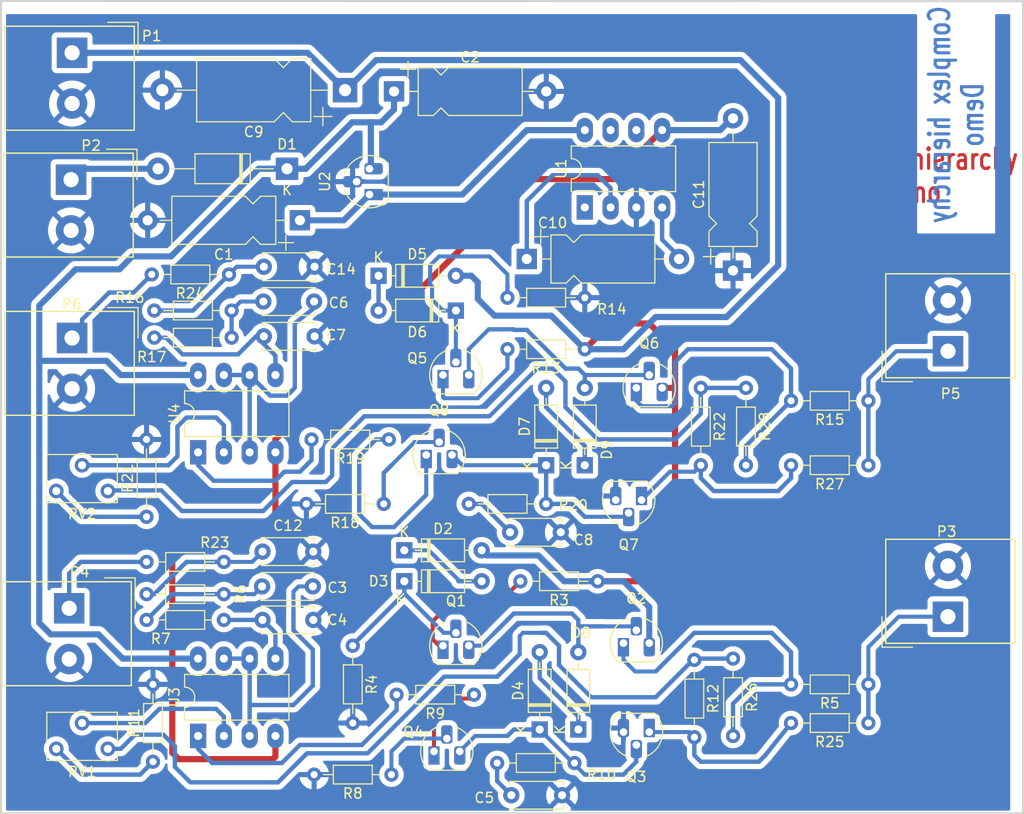
<source format=kicad_pcb>
(kicad_pcb (version 20230410) (generator pcbnew)
  (title_block (title "Actionneur_piezo") (company "Kicad devs") (comment 1 "Demo"))
  (layers (0 "F.Cu" power "top_copper") (31 "B.Cu" signal "bottom_copper") (34 "B.Paste" user) (35 "F.Paste" user) (36 "B.SilkS" user "B.Silkscreen") (37 "F.SilkS" user "F.Silkscreen") (38 "B.Mask" user) (39 "F.Mask" user) (44 "Edge.Cuts" user))
  (net 0 "")
  (net 1 "-VAA")
  (net 2 "/12Vext")
  (net 3 "/ampli_ht_horizontal/PIEZO_IN")
  (net 4 "/ampli_ht_horizontal/PIEZO_OUT")
  (net 5 "/ampli_ht_horizontal/S_OUT+")
  (net 6 "/ampli_ht_horizontal/Vpil_0_3,3V")
  (net 7 "/ampli_ht_vertical/PIEZO_IN")
  (net 8 "/ampli_ht_vertical/PIEZO_OUT")
  (net 9 "/ampli_ht_vertical/S_OUT+")
  (net 10 "/ampli_ht_vertical/Vpil_0_3,3V")
  (net 11 "GND")
  (net 12 "HT")
  (net 13 "Net-(U3B-+)")
  (net 14 "Net-(U4B-+)")
  (net 15 "Net-(C12-Pad1)")
  (net 16 "Net-(C14-Pad1)")
  (net 17 "Net-(C3-Pad2)")
  (net 18 "Net-(U1-CAP+)")
  (net 19 "Net-(C5-Pad1)")
  (net 20 "Net-(C6-Pad2)")
  (net 21 "Net-(U1-CAP-)")
  (net 22 "Net-(C8-Pad1)")
  (net 23 "Net-(D2-K)")
  (net 24 "Net-(D3-K)")
  (net 25 "Net-(D4-K)")
  (net 26 "Net-(D4-A)")
  (net 27 "Net-(R11-Pad1)")
  (net 28 "Net-(R19-Pad2)")
  (net 29 "Net-(R21-Pad1)")
  (net 30 "Net-(R9-Pad2)")
  (net 31 "Net-(D5-K)")
  (net 32 "Net-(D6-K)")
  (net 33 "VCC")
  (net 34 "Net-(D7-K)")
  (net 35 "Net-(D7-A)")
  (net 36 "Net-(D8-A)")
  (net 37 "Net-(D9-A)")
  (net 38 "Net-(Q1-E)")
  (net 39 "Net-(Q2-E)")
  (net 40 "+12V")
  (net 41 "Net-(Q3-E)")
  (net 42 "Net-(Q4-E)")
  (net 43 "Net-(Q4-B)")
  (net 44 "Net-(Q5-E)")
  (net 45 "Net-(Q6-E)")
  (net 46 "Net-(Q7-E)")
  (net 47 "Net-(Q8-E)")
  (net 48 "Net-(Q8-B)")
  (net 49 "Net-(U3A--)")
  (net 50 "Net-(U4A--)")
  (footprint "Capacitor_THT:CP_Axial_L10.0mm_D4.5mm_P15.00mm_Horizontal" (layer "F.Cu") (at 126.619 60.706)
    (fp_text reference "C2")
    (fp_text value "47uF/20V")
  )
  (footprint "Capacitor_THT:CP_Axial_L11.0mm_D6.0mm_P18.00mm_Horizontal" (layer "F.Cu") (at 121.793 60.579 180)
    (fp_text reference "C9")
    (fp_text value "47uF/63V")
  )
  (footprint "Capacitor_THT:CP_Axial_L10.0mm_D4.5mm_P15.00mm_Horizontal" (layer "F.Cu") (at 139.7 77.216)
    (fp_text reference "C10")
    (fp_text value "10uF")
  )
  (footprint "Capacitor_THT:CP_Axial_L10.0mm_D4.5mm_P15.00mm_Horizontal" (layer "F.Cu") (at 160.02 78.359 90)
    (fp_text reference "C11")
    (fp_text value "10uF")
  )
  (footprint "Package_TO_SOT_THT:TO-92_HandSolder" (layer "F.Cu") (at 131.445 115.316)
    (fp_text reference "Q1")
    (fp_text value "MPSA92")
  )
  (footprint "Package_TO_SOT_THT:TO-92_HandSolder" (layer "F.Cu") (at 151.765 123.825 180)
    (fp_text reference "Q3")
    (fp_text value "MPSA92")
  )
  (footprint "Package_TO_SOT_THT:TO-92_HandSolder" (layer "F.Cu") (at 131.445 88.646)
    (fp_text reference "Q5")
    (fp_text value "MPSA92")
  )
  (footprint "Package_TO_SOT_THT:TO-92_HandSolder" (layer "F.Cu") (at 150.495 89.916)
    (fp_text reference "Q6")
    (fp_text value "MPSA42")
  )
  (footprint "Package_TO_SOT_THT:TO-92_HandSolder" (layer "F.Cu") (at 151.003 100.965 180)
    (fp_text reference "Q7")
    (fp_text value "MPSA92")
  )
  (footprint "Package_TO_SOT_THT:TO-92_HandSolder" (layer "F.Cu") (at 129.794 96.52)
    (fp_text reference "Q8")
    (fp_text value "MPSA42")
  )
  (footprint "Potentiometer_THT:Potentiometer_Bourns_3266W_Vertical" (layer "F.Cu") (at 93.345 125.476 180)
    (fp_text reference "RV1")
    (fp_text value "4,7K")
  )
  (footprint "Potentiometer_THT:Potentiometer_Bourns_3266W_Vertical" (layer "F.Cu") (at 93.345 100.076 180)
    (fp_text reference "RV2")
    (fp_text value "4,7K")
  )
  (footprint "Package_TO_SOT_THT:TO-92_HandSolder" (layer "F.Cu") (at 124.206 70.866 90)
    (fp_text reference "U2")
    (fp_text value "78L05")
  )
  (footprint "Resistor_THT:R_Axial_DIN0204_L3.6mm_D1.6mm_P7.62mm_Horizontal" (layer "F.Cu") (at 126.111 94.996 180)
    (fp_text reference "R19")
    (fp_text value "1K")
  )
  (footprint "Resistor_THT:R_Axial_DIN0204_L3.6mm_D1.6mm_P7.62mm_Horizontal" (layer "F.Cu") (at 109.855 110.236 180)
    (fp_text reference "R6")
    (fp_text value "22K")
  )
  (footprint "Resistor_THT:R_Axial_DIN0204_L3.6mm_D1.6mm_P7.62mm_Horizontal" (layer "F.Cu") (at 125.603 101.346 180)
    (fp_text reference "R18")
    (fp_text value "1K")
  )
  (footprint "Resistor_THT:R_Axial_DIN0204_L3.6mm_D1.6mm_P7.62mm_Horizontal" (layer "F.Cu") (at 110.617 82.296 180)
    (fp_text reference "R16")
    (fp_text value "22K")
  )
  (footprint "Resistor_THT:R_Axial_DIN0204_L3.6mm_D1.6mm_P7.62mm_Horizontal" (layer "F.Cu") (at 173.355 91.186 180)
    (fp_text reference "R15")
    (fp_text value "47")
  )
  (footprint "Resistor_THT:R_Axial_DIN0204_L3.6mm_D1.6mm_P7.62mm_Horizontal" (layer "F.Cu") (at 137.795 81.026)
    (fp_text reference "R14")
    (fp_text value "220K")
  )
  (footprint "Resistor_THT:R_Axial_DIN0204_L3.6mm_D1.6mm_P7.62mm_Horizontal" (layer "F.Cu") (at 145.415 86.106 180)
    (fp_text reference "R13")
    (fp_text value "470")
  )
  (footprint "Resistor_THT:R_Axial_DIN0204_L3.6mm_D1.6mm_P7.62mm_Horizontal" (layer "F.Cu") (at 156.21 116.713 -90)
    (fp_text reference "R12")
    (fp_text value "220K")
  )
  (footprint "Resistor_THT:R_Axial_DIN0204_L3.6mm_D1.6mm_P7.62mm_Horizontal" (layer "F.Cu") (at 102.87 126.746 90)
    (fp_text reference "R11")
    (fp_text value "4,7K")
  )
  (footprint "Resistor_THT:R_Axial_DIN0204_L3.6mm_D1.6mm_P7.62mm_Horizontal" (layer "F.Cu") (at 144.399 126.873 180)
    (fp_text reference "R10")
    (fp_text value "5,6K")
  )
  (footprint "Resistor_THT:R_Axial_DIN0204_L3.6mm_D1.6mm_P7.62mm_Horizontal" (layer "F.Cu") (at 134.493 120.142 180)
    (fp_text reference "R9")
    (fp_text value "1K")
  )
  (footprint "Resistor_THT:R_Axial_DIN0204_L3.6mm_D1.6mm_P7.62mm_Horizontal" (layer "F.Cu") (at 126.365 128.016 180)
    (fp_text reference "R8")
    (fp_text value "1K")
  )
  (footprint "Resistor_THT:R_Axial_DIN0204_L3.6mm_D1.6mm_P7.62mm_Horizontal" (layer "F.Cu") (at 109.855 112.776 180)
    (fp_text reference "R7")
    (fp_text value "22K")
  )
  (footprint "Resistor_THT:R_Axial_DIN0204_L3.6mm_D1.6mm_P7.62mm_Horizontal" (layer "F.Cu") (at 102.997 84.963)
    (fp_text reference "R17")
    (fp_text value "22K")
  )
  (footprint "Resistor_THT:R_Axial_DIN0204_L3.6mm_D1.6mm_P7.62mm_Horizontal" (layer "F.Cu") (at 102.235 102.616 90)
    (fp_text reference "R21")
    (fp_text value "4,7K")
  )
  (footprint "Resistor_THT:R_Axial_DIN0204_L3.6mm_D1.6mm_P7.62mm_Horizontal" (layer "F.Cu") (at 146.685 108.966 180)
    (fp_text reference "R3")
    (fp_text value "470")
  )
  (footprint "Resistor_THT:R_Axial_DIN0204_L3.6mm_D1.6mm_P7.62mm_Horizontal" (layer "F.Cu") (at 122.555 115.316 -90)
    (fp_text reference "R4")
    (fp_text value "220K")
  )
  (footprint "Resistor_THT:R_Axial_DIN0204_L3.6mm_D1.6mm_P7.62mm_Horizontal" (layer "F.Cu") (at 173.355 119.126 180)
    (fp_text reference "R5")
    (fp_text value "47")
  )
  (footprint "Resistor_THT:R_Axial_DIN0204_L3.6mm_D1.6mm_P7.62mm_Horizontal" (layer "F.Cu") (at 161.29 89.916 -90)
    (fp_text reference "R28")
    (fp_text value "220K")
  )
  (footprint "Resistor_THT:R_Axial_DIN0204_L3.6mm_D1.6mm_P7.62mm_Horizontal" (layer "F.Cu") (at 173.355 97.536 180)
    (fp_text reference "R27")
    (fp_text value "47")
  )
  (footprint "Resistor_THT:R_Axial_DIN0204_L3.6mm_D1.6mm_P7.62mm_Horizontal" (layer "F.Cu") (at 160.02 116.586 -90)
    (fp_text reference "R26")
    (fp_text value "220K")
  )
  (footprint "Resistor_THT:R_Axial_DIN0204_L3.6mm_D1.6mm_P7.62mm_Horizontal" (layer "F.Cu") (at 173.355 122.936 180)
    (fp_text reference "R25")
    (fp_text value "47")
  )
  (footprint "Resistor_THT:R_Axial_DIN0204_L3.6mm_D1.6mm_P7.62mm_Horizontal" (layer "F.Cu") (at 110.363 78.74 180)
    (fp_text reference "R24")
    (fp_text value "1K")
  )
  (footprint "Resistor_THT:R_Axial_DIN0204_L3.6mm_D1.6mm_P7.62mm_Horizontal" (layer "F.Cu") (at 109.855 107.061 180)
    (fp_text reference "R23")
    (fp_text value "1K")
  )
  (footprint "Resistor_THT:R_Axial_DIN0204_L3.6mm_D1.6mm_P7.62mm_Horizontal" (layer "F.Cu") (at 156.845 89.916 -90)
    (fp_text reference "R22")
    (fp_text value "220K")
  )
  (footprint "Resistor_THT:R_Axial_DIN0204_L3.6mm_D1.6mm_P7.62mm_Horizontal" (layer "F.Cu") (at 141.605 101.346 180)
    (fp_text reference "R20")
    (fp_text value "5,6K")
  )
  (footprint "Package_DIP:DIP-8_W7.62mm_LongPads" (layer "F.Cu") (at 107.315 96.266 90)
    (fp_text reference "U4")
    (fp_text value "LM358N")
  )
  (footprint "Package_DIP:DIP-8_W7.62mm_LongPads" (layer "F.Cu") (at 145.415 72.136 90)
    (fp_text reference "U1")
    (fp_text value "ICL7660")
  )
  (footprint "Package_DIP:DIP-8_W7.62mm_LongPads" (layer "F.Cu") (at 107.315 124.206 90)
    (fp_text reference "U3")
    (fp_text value "LM358N")
  )
  (footprint "Capacitor_THT:C_Disc_D5.0mm_W2.5mm_P5.00mm" (layer "F.Cu") (at 138.049 104.14)
    (fp_text reference "C8")
    (fp_text value "820pF")
  )
  (footprint "Capacitor_THT:C_Disc_D5.0mm_W2.5mm_P5.00mm" (layer "F.Cu") (at 113.792 84.836)
    (fp_text reference "C7")
    (fp_text value "4.7nF")
  )
  (footprint "Capacitor_THT:C_Disc_D5.0mm_W2.5mm_P5.00mm" (layer "F.Cu") (at 118.745 81.407 180)
    (fp_text reference "C6")
    (fp_text value "15nF")
  )
  (footprint "Capacitor_THT:C_Disc_D5.0mm_W2.5mm_P5.00mm" (layer "F.Cu") (at 138.176 130.048)
    (fp_text reference "C5")
    (fp_text value "820pF")
  )
  (footprint "Capacitor_THT:C_Disc_D5.0mm_W2.5mm_P5.00mm" (layer "F.Cu") (at 113.665 106.045)
    (fp_text reference "C12")
    (fp_text value "150nF")
  )
  (footprint "Capacitor_THT:C_Disc_D5.0mm_W2.5mm_P5.00mm" (layer "F.Cu") (at 113.792 77.978)
    (fp_text reference "C14")
    (fp_text value "150nF")
  )
  (footprint "Capacitor_THT:C_Disc_D5.0mm_W2.5mm_P5.00mm" (layer "F.Cu") (at 113.665 112.776)
    (fp_text reference "C4")
    (fp_text value "4.7nF")
  )
  (footprint "Capacitor_THT:C_Disc_D5.0mm_W2.5mm_P5.00mm" (layer "F.Cu") (at 118.618 109.474 180)
    (fp_text reference "C3")
    (fp_text value "15nF")
  )
  (footprint "Diode_THT:D_DO-41_SOD81_P12.70mm_Horizontal" (layer "F.Cu") (at 116.078 68.326 180)
    (fp_text reference "D1")
    (fp_text value "1N4007")
  )
  (footprint "Diode_THT:D_DO-35_SOD27_P7.62mm_Horizontal" (layer "F.Cu") (at 125.095 78.867)
    (fp_text reference "D5")
    (fp_text value "1N4148")
  )
  (footprint "Diode_THT:D_DO-35_SOD27_P7.62mm_Horizontal" (layer "F.Cu") (at 144.78 123.571 90)
    (fp_text reference "D8")
    (fp_text value "1N4148")
  )
  (footprint "Diode_THT:D_DO-35_SOD27_P7.62mm_Horizontal" (layer "F.Cu") (at 127.635 105.918)
    (fp_text reference "D2")
    (fp_text value "1N4148")
  )
  (footprint "Diode_THT:D_DO-35_SOD27_P7.62mm_Horizontal" (layer "F.Cu") (at 127.635 108.966)
    (fp_text reference "D3")
    (fp_text value "1N4148")
  )
  (footprint "Diode_THT:D_DO-35_SOD27_P7.62mm_Horizontal" (layer "F.Cu") (at 141.605 97.536 90)
    (fp_text reference "D7")
    (fp_text value "1N4148")
  )
  (footprint "Diode_THT:D_DO-35_SOD27_P7.62mm_Horizontal" (layer "F.Cu") (at 132.715 82.296 180)
    (fp_text reference "D6")
    (fp_text value "1N4148")
  )
  (footprint "Diode_THT:D_DO-35_SOD27_P7.62mm_Horizontal" (layer "F.Cu") (at 140.97 123.571 90)
    (fp_text reference "D4")
    (fp_text value "1N4148")
  )
  (footprint "Diode_THT:D_DO-35_SOD27_P7.62mm_Horizontal" (layer "F.Cu") (at 145.415 97.536 90)
    (fp_text reference "D9")
    (fp_text value "1N4148")
  )
  (footprint "TerminalBlock_Altech:Altech_AK300_1x02_P5.00mm_45-Degree" (layer "F.Cu") (at 94.9 56.9 -90)
    (fp_text reference "P1")
    (fp_text value "CONN_2")
  )
  (footprint "TerminalBlock_Altech:Altech_AK300_1x02_P5.00mm_45-Degree" (layer "F.Cu") (at 94.8 69.4 -90)
    (fp_text reference "P2")
    (fp_text value "CONN_2")
  )
  (footprint "TerminalBlock_Altech:Altech_AK300_1x02_P5.00mm_45-Degree" (layer "F.Cu") (at 94.615 111.633 -90)
    (fp_text reference "P4")
    (fp_text value "CONN_2")
  )
  (footprint "TerminalBlock_Altech:Altech_AK300_1x02_P5.00mm_45-Degree" (layer "F.Cu") (at 181.1925 112.4575 90)
    (fp_text reference "P3")
    (fp_text value "CONN_2")
  )
  (footprint "TerminalBlock_Altech:Altech_AK300_1x02_P5.00mm_45-Degree" (layer "F.Cu") (at 94.9 85 -90)
    (fp_text reference "P6")
    (fp_text value "CONN_2")
  )
  (footprint "TerminalBlock_Altech:Altech_AK300_1x02_P5.00mm_45-Degree" (layer "F.Cu") (at 181.2 86.3 90)
    (fp_text reference "P5")
    (fp_text value "CONN_2")
  )
  (footprint "Package_TO_SOT_THT:TO-92_HandSolder" (layer "F.Cu") (at 149.225 115.062)
    (fp_text reference "Q2")
    (fp_text value "MPSA42")
  )
  (footprint "Package_TO_SOT_THT:TO-92_HandSolder" (layer "F.Cu") (at 130.556 125.73)
    (fp_text reference "Q4")
    (fp_text value "MPSA42")
  )
  (footprint "Capacitor_THT:CP_Axial_L10.0mm_D4.5mm_P15.00mm_Horizontal" (layer "F.Cu") (at 117.348 73.406 180)
    (fp_text reference "C1")
    (fp_text value "47uF")
  )
  (gr_line (start 87.9 131.826) (end 87.9 51.8) (stroke (width 0.2032)) (layer "Edge.Cuts"))
  (gr_line (start 188.595 131.826) (end 87.9 131.826) (stroke (width 0.2032)) (layer "Edge.Cuts"))
  (gr_line (start 87.9 51.8) (end 188.595 51.816) (stroke (width 0.2032)) (layer "Edge.Cuts"))
  (gr_line (start 188.595 51.816) (end 188.595 131.826) (stroke (width 0.2032)) (layer "Edge.Cuts"))
  (gr_text "Complex hierarchy\nDemo" (at 177.4 69) (layer "F.Cu") (effects (font (size 2.032 1.524) (thickness 0.3048))))
  (gr_text "Complex hierarchy\nDemo" (at 182 63 90) (layer "B.Cu") (effects (font (size 2.032 1.524) (thickness 0.3048)) (justify mirror)))
  (segment (start 107.061 104.521) (end 104.775 106.807) (width 0.6096) (layer "F.Cu") (net 1))
  (segment (start 105.41 126.492) (end 114.681 126.492) (width 0.6096) (layer "F.Cu") (net 1))
  (segment (start 104.775 106.807) (end 104.775 125.857) (width 0.6096) (layer "F.Cu") (net 1))
  (segment (start 128.905 86.614) (end 128.905 80.518) (width 0.6096) (layer "F.Cu") (net 1))
  (segment (start 140.081 69.342) (end 148.209 69.342) (width 0.6096) (layer "F.Cu") (net 1))
  (segment (start 148.209 69.342) (end 153.035 64.516) (width 0.6096) (layer "F.Cu") (net 1))
  (segment (start 128.905 80.518) (end 140.081 69.342) (width 0.6096) (layer "F.Cu") (net 1))
  (segment (start 114.935 102.108) (end 114.935 102.362) (width 0.6096) (layer "F.Cu") (net 1))
  (segment (start 114.935 96.266) (end 114.935 94.996) (width 0.6096) (layer "F.Cu") (net 1))
  (segment (start 114.935 94.996) (end 121.031 88.9) (width 0.6096) (layer "F.Cu") (net 1))
  (segment (start 114.935 126.238) (end 114.935 124.206) (width 0.6096) (layer "F.Cu") (net 1))
  (segment (start 114.935 102.362) (end 112.776 104.521) (width 0.6096) (layer "F.Cu") (net 1))
  (segment (start 105.41 126.492) (end 104.775 125.857) (width 0.6096) (layer "F.Cu") (net 1))
  (segment (start 121.031 88.9) (end 126.619 88.9) (width 0.6) (layer "F.Cu") (net 1))
  (segment (start 112.776 104.521) (end 107.061 104.521) (width 0.6096) (layer "F.Cu") (net 1))
  (segment (start 114.681 126.492) (end 114.935 126.238) (width 0.6096) (layer "F.Cu") (net 1))
  (segment (start 126.619 88.9) (end 128.905 86.614) (width 0.6096) (layer "F.Cu") (net 1))
  (segment (start 114.935 96.266) (end 114.935 102.108) (width 0.6096) (layer "F.Cu") (net 1))
  (segment (start 153.035 64.516) (end 158.75 64.516) (width 0.6096) (layer "B.Cu") (net 1))
  (segment (start 158.75 64.516) (end 160.02 63.246) (width 0.6096) (layer "B.Cu") (net 1))
  (segment (start 103.378 68.326) (end 95.874 68.326) (width 0.6) (layer "B.Cu") (net 2))
  (segment (start 95.874 68.326) (end 94.8 69.4) (width 0.6) (layer "B.Cu") (net 2))
  (segment (start 98.552 80.518) (end 100.965 80.518) (width 0.4318) (layer "B.Cu") (net 3))
  (segment (start 95.885 83.185) (end 98.552 80.518) (width 0.4318) (layer "B.Cu") (net 3))
  (segment (start 95.885 84.836) (end 95.885 83.185) (width 0.4318) (layer "B.Cu") (net 3))
  (segment (start 100.965 80.518) (end 102.743 78.74) (width 0.4318) (layer "B.Cu") (net 3))
  (segment (start 173.355 89.045) (end 173.355 91.186) (width 0.4) (layer "B.Cu") (net 4))
  (segment (start 173.355 97.536) (end 173.355 91.186) (width 0.4318) (layer "B.Cu") (net 4))
  (segment (start 176.1 86.3) (end 173.355 89.045) (width 0.4) (layer "B.Cu") (net 4))
  (segment (start 181.2 86.3) (end 176.1 86.3) (width 0.4) (layer "B.Cu") (net 4))
  (segment (start 116.586 99.187) (end 119.888 99.187) (width 0.4318) (layer "B.Cu") (net 5))
  (segment (start 156.845 89.916) (end 156.845 92.456) (width 0.4318) (layer "B.Cu") (net 5))
  (segment (start 143.51 91.821) (end 146.685 94.996) (width 0.4318) (layer "B.Cu") (net 5))
  (segment (start 140.589 88.011) (end 142.24 88.011) (width 0.4318) (layer "B.Cu") (net 5))
  (segment (start 98.48596 100.01504) (end 103.69804 100.01504) (width 0.4318) (layer "B.Cu") (net 5))
  (segment (start 113.7285 102.0445) (end 116.586 99.187) (width 0.4318) (layer "B.Cu") (net 5))
  (segment (start 123.698 92.71) (end 120.523 95.885) (width 0.4318) (layer "B.Cu") (net 5))
  (segment (start 105.7275 102.0445) (end 113.7285 102.0445) (width 0.4318) (layer "B.Cu") (net 5))
  (segment (start 142.24 88.011) (end 143.51 89.281) (width 0.4318) (layer "B.Cu") (net 5))
  (segment (start 135.89 92.71) (end 123.698 92.71) (width 0.4318) (layer "B.Cu") (net 5))
  (segment (start 154.305 94.996) (end 146.685 94.996) (width 0.4318) (layer "B.Cu") (net 5))
  (segment (start 143.51 89.281) (end 143.51 91.821) (width 0.4318) (layer "B.Cu") (net 5))
  (segment (start 135.89 92.71) (end 136.017 92.71) (width 0.4) (layer "B.Cu") (net 5))
  (segment (start 120.523 95.885) (end 120.523 98.552) (width 0.4318) (layer "B.Cu") (net 5))
  (segment (start 119.888 99.187) (end 120.523 98.552) (width 0.4318) (layer "B.Cu") (net 5))
  (segment (start 105.7275 102.0445) (end 103.69804 100.01504) (width 0.4318) (layer "B.Cu") (net 5))
  (segment (start 140.589 88.138) (end 140.589 88.011) (width 0.4) (layer "B.Cu") (net 5))
  (segment (start 98.425 100.076) (end 98.48596 100.01504) (width 0.4318) (layer "B.Cu") (net 5))
  (segment (start 156.845 89.916) (end 161.29 89.916) (width 0.4318) (layer "B.Cu") (net 5))
  (segment (start 156.845 92.456) (end 154.305 94.996) (width 0.4318) (layer "B.Cu") (net 5))
  (segment (start 136.017 92.71) (end 140.589 88.138) (width 0.4) (layer "B.Cu") (net 5))
  (segment (start 109.855 88.646) (end 112.395 88.646) (width 0.4318) (layer "B.Cu") (net 6))
  (segment (start 114.427 90.678) (end 112.395 88.646) (width 0.4318) (layer "B.Cu") (net 6))
  (segment (start 118.745 82.042) (end 116.84 83.566) (width 0.4318) (layer "B.Cu") (net 6))
  (segment (start 116.078 90.678) (end 114.427 90.678) (width 0.4318) (layer "B.Cu") (net 6))
  (segment (start 116.84 83.566) (end 116.84 89.916) (width 0.4318) (layer "B.Cu") (net 6))
  (segment (start 112.395 88.646) (end 112.395 96.266) (width 0.4318) (layer "B.Cu") (net 6))
  (segment (start 116.84 89.916) (end 116.078 90.678) (width 0.4318) (layer "B.Cu") (net 6))
  (segment (start 118.745 81.407) (end 118.745 82.042) (width 0.4318) (layer "B.Cu") (net 6))
  (segment (start 94.615 108.204) (end 95.758 107.061) (width 0.4318) (layer "B.Cu") (net 7))
  (segment (start 94.615 111.506) (end 94.615 108.204) (width 0.4318) (layer "B.Cu") (net 7))
  (segment (start 95.758 107.061) (end 102.235 107.061) (width 0.4318) (layer "B.Cu") (net 7))
  (segment (start 173.355 122.936) (end 173.355 119.126) (width 0.4318) (layer "B.Cu") (net 8))
  (segment (start 173.355 115.445) (end 173.355 119.126) (width 0.4) (layer "B.Cu") (net 8))
  (segment (start 181.1925 112.4575) (end 176.3425 112.4575) (width 0.4) (layer "B.Cu") (net 8))
  (segment (start 176.3425 112.4575) (end 173.355 115.445) (width 0.4) (layer "B.Cu") (net 8))
  (segment (start 146.05 120.396) (end 152.4 120.396) (width 0.4318) (layer "B.Cu") (net 9))
  (segment (start 139.319 114.046) (end 139.0015 114.3635) (width 0.4) (layer "B.Cu") (net 9))
  (segment (start 142.875 115.316) (end 142.875 117.221) (width 0.4318) (layer "B.Cu") (net 9))
  (segment (start 152.4 120.396) (end 156.21 116.586) (width 0.4318) (layer "B.Cu") (net 9))
  (segment (start 105.029 127.254) (end 106.553 128.778) (width 0.4318) (layer "B.Cu") (net 9))
  (segment (start 141.097 114.046) (end 141.605 114.046) (width 0.4318) (layer "B.Cu") (net 9))
  (segment (start 98.425 125.476) (end 99.695 125.476) (width 0.4318) (layer "B.Cu") (net 9))
  (segment (start 156.21 116.586) (end 160.02 116.586) (width 0.4318) (layer "B.Cu") (net 9))
  (segment (start 118.0465 125.9205) (end 124.0155 125.9205) (width 0.4318) (layer "B.Cu") (net 9))
  (segment (start 141.605 114.046) (end 142.875 115.316) (width 0.4318) (layer "B.Cu") (net 9))
  (segment (start 142.875 117.221) (end 146.05 120.396) (width 0.4318) (layer "B.Cu") (net 9))
  (segment (start 101.092 124.079) (end 103.886 124.079) (width 0.4318) (layer "B.Cu") (net 9))
  (segment (start 141.097 114.046) (end 139.319 114.046) (width 0.4) (layer "B.Cu") (net 9))
  (segment (start 124.0155 125.9205) (end 131.572 118.364) (width 0.4318) (layer "B.Cu") (net 9))
  (segment (start 139.0015 114.3635) (end 139.0015 116.1415) (width 0.4) (layer "B.Cu") (net 9))
  (segment (start 136.779 118.364) (end 139.0015 116.1415) (width 0.4318) (layer "B.Cu") (net 9))
  (segment (start 99.695 125.476) (end 101.092 124.079) (width 0.4318) (layer "B.Cu") (net 9))
  (segment (start 105.029 125.222) (end 105.029 127.254) (width 0.4318) (layer "B.Cu") (net 9))
  (segment (start 115.189 128.778) (end 118.0465 125.9205) (width 0.4318) (layer "B.Cu") (net 9))
  (segment (start 131.572 118.364) (end 136.779 118.364) (width 0.4318) (layer "B.Cu") (net 9))
  (segment (start 103.886 124.079) (end 105.029 125.222) (width 0.4318) (layer "B.Cu") (net 9))
  (segment (start 106.553 128.778) (end 115.189 128.778) (width 0.4318) (layer "B.Cu") (net 9))
  (segment (start 116.713 111.76) (end 116.713 113.792) (width 0.4318) (layer "B.Cu") (net 10))
  (segment (start 116.713 109.982) (end 117.221 109.474) (width 0.4) (layer "B.Cu") (net 10))
  (segment (start 117.221 109.474) (end 118.618 109.474) (width 0.4) (layer "B.Cu") (net 10))
  (segment (start 112.395 116.586) (end 109.855 116.586) (width 0.4318) (layer "B.Cu") (net 10))
  (segment (start 118.618 119.253) (end 116.713 121.158) (width 0.4318) (layer "B.Cu") (net 10))
  (segment (start 116.713 113.792) (end 118.618 115.697) (width 0.4318) (layer "B.Cu") (net 10))
  (segment (start 112.395 121.158) (end 112.395 116.586) (width 0.4318) (layer "B.Cu") (net 10))
  (segment (start 116.713 121.158) (end 112.395 121.158) (width 0.4318) (layer "B.Cu") (net 10))
  (segment (start 116.713 111.76) (end 116.713 109.982) (width 0.4) (layer "B.Cu") (net 10))
  (segment (start 112.395 124.206) (end 112.395 121.158) (width 0.4318) (layer "B.Cu") (net 10))
  (segment (start 118.618 115.697) (end 118.618 119.253) (width 0.4318) (layer "B.Cu") (net 10))
  (segment (start 154.305 106.426) (end 151.765 108.966) (width 0.6096) (layer "F.Cu") (net 12))
  (segment (start 145.415 86.106) (end 147.955 83.566) (width 0.6096) (layer "F.Cu") (net 12))
  (segment (start 154.178 89.916) (end 154.305 90.043) (width 0.6) (layer "F.Cu") (net 12))
  (segment (start 154.305 86.106) (end 154.305 90.043) (width 0.6096) (layer "F.Cu") (net 12))
  (segment (start 151.765 83.566) (end 154.305 86.106) (width 0.6096) (layer "F.Cu") (net 12))
  (segment (start 147.955 83.566) (end 151.765 83.566) (width 0.6096) (layer "F.Cu") (net 12))
  (segment (start 151.765 108.966) (end 146.685 108.966) (width 0.6096) (layer "F.Cu") (net 12))
  (segment (start 153.035 89.916) (end 154.178 89.916) (width 0.6) (layer "F.Cu") (net 12))
  (segment (start 154.305 90.043) (end 154.305 106.426) (width 0.6096) (layer "F.Cu") (net 12))
  (segment (start 135.763 106.426) (end 135.255 105.918) (width 0.6) (layer "B.Cu") (net 12))
  (segment (start 136.525 82.80146) (end 142.11046 82.80146) (width 0.6096) (layer "B.Cu") (net 12))
  (segment (start 136.52246 82.80146) (end 134.874 81.153) (width 0.6) (layer "B.Cu") (net 12))
  (segment (start 134.874 81.153) (end 134.874 79.502) (width 0.6) (layer "B.Cu") (net 12))
  (segment (start 134.874 79.502) (end 134.239 78.867) (width 0.6) (layer "B.Cu") (net 12))
  (segment (start 134.239 78.867) (end 132.715 78.867) (width 0.6) (layer "B.Cu") (net 12))
  (segment (start 121.89206 60.579) (end 124.8537 57.61736) (width 0.6) (layer "B.Cu") (net 12))
  (segment (start 142.11046 82.80146) (end 145.415 86.106) (width 0.6096) (layer "B.Cu") (net 12))
  (segment (start 143.383 108.966) (end 146.685 108.966) (width 0.6096) (layer "B.Cu") (net 12))
  (segment (start 117.15858 56.9) (end 118.114 56.9) (width 0.6) (layer "B.Cu") (net 12))
  (segment (start 151.765 111.506) (end 149.225 108.966) (width 0.6) (layer "B.Cu") (net 12))
  (segment (start 140.843 106.426) (end 143.383 108.966) (width 0.6096) (layer "B.Cu") (net 12))
  (segment (start 124.8537 57.61736) (end 160.74136 57.61736) (width 0.6096) (layer "B.Cu") (net 12))
  (segment (start 160.74136 57.61736) (end 164.465 61.341) (width 0.6096) (layer "B.Cu") (net 12))
  (segment (start 149.225 108.966) (end 146.685 108.966) (width 0.6) (layer "B.Cu") (net 12))
  (segment (start 152.4 82.931) (end 149.225 86.106) (width 0.6096) (layer "B.Cu") (net 12))
  (segment (start 159.385 82.931) (end 152.4 82.931) (width 0.6096) (layer "B.Cu") (net 12))
  (segment (start 164.465 77.851) (end 159.385 82.931) (width 0.6096) (layer "B.Cu") (net 12))
  (segment (start 140.716 106.426) (end 135.763 106.426) (width 0.6) (layer "B.Cu") (net 12))
  (segment (start 140.716 106.426) (end 140.843 106.426) (width 0.6096) (layer "B.Cu") (net 12))
  (segment (start 164.465 61.341) (end 164.465 77.851) (width 0.6096) (layer "B.Cu") (net 12))
  (segment (start 149.225 86.106) (end 145.415 86.106) (width 0.6096) (layer "B.Cu") (net 12))
  (segment (start 117.15858 56.9) (end 94.9 56.9) (width 0.6096) (layer "B.Cu") (net 12))
  (segment (start 121.793 60.579) (end 121.89206 60.579) (width 0.6) (layer "B.Cu") (net 12))
  (segment (start 151.765 115.062) (end 151.765 111.506) (width 0.6) (layer "B.Cu") (net 12))
  (segment (start 136.525 82.80146) (end 136.52246 82.80146) (width 0.6) (layer "B.Cu") (net 12))
  (segment (start 118.114 56.9) (end 121.793 60.579) (width 0.6) (layer "B.Cu") (net 12))
  (segment (start 109.855 112.776) (end 113.665 112.776) (width 0.4318) (layer "B.Cu") (net 13))
  (segment (start 113.665 112.776) (end 114.935 114.046) (width 0.4318) (layer "B.Cu") (net 13))
  (segment (start 114.935 114.046) (end 114.935 116.586) (width 0.4318) (layer "B.Cu") (net 13))
  (segment (start 104.14 84.963) (end 105.791 86.614) (width 0.4) (layer "B.Cu") (net 14))
  (segment (start 114.935 86.741) (end 114.935 88.646) (width 0.4318) (layer "B.Cu") (net 14))
  (segment (start 102.997 84.963) (end 104.14 84.963) (width 0.4) (layer "B.Cu") (net 14))
  (segment (start 111.252 86.614) (end 105.791 86.614) (width 0.4318) (layer "B.Cu") (net 14))
  (segment (start 113.665 84.836) (end 113.03 84.836) (width 0.4318) (layer "B.Cu") (net 14))
  (segment (start 113.665 84.836) (end 113.665 85.471) (width 0.4318) (layer "B.Cu") (net 14))
  (segment (start 113.665 85.471) (end 114.935 86.741) (width 0.4318) (layer "B.Cu") (net 14))
  (segment (start 113.03 84.836) (end 111.252 86.614) (width 0.4318) (layer "B.Cu") (net 14))
  (segment (start 112.649 107.061) (end 113.665 106.045) (width 0.4) (layer "B.Cu") (net 15))
  (segment (start 106.172 107.061) (end 109.855 107.061) (width 0.4318) (layer "B.Cu") (net 15))
  (segment (start 109.855 107.061) (end 112.649 107.061) (width 0.4) (layer "B.Cu") (net 15))
  (segment (start 102.235 110.236) (end 102.997 110.236) (width 0.4318) (layer "B.Cu") (net 15))
  (segment (start 102.997 110.236) (end 106.172 107.061) (width 0.4318) (layer "B.Cu") (net 15))
  (segment (start 111.125 77.978) (end 110.363 78.74) (width 0.4) (layer "B.Cu") (net 16))
  (segment (start 106.807 82.296) (end 110.363 78.74) (width 0.4318) (layer "B.Cu") (net 16))
  (segment (start 113.792 77.978) (end 111.125 77.978) (width 0.4) (layer "B.Cu") (net 16))
  (segment (start 102.997 82.296) (end 106.807 82.296) (width 0.4318) (layer "B.Cu") (net 16))
  (segment (start 112.856 110.236) (end 113.618 109.474) (width 0.4) (layer "B.Cu") (net 17))
  (segment (start 102.235 112.776) (end 104.775 110.236) (width 0.4318) (layer "B.Cu") (net 17))
  (segment (start 104.775 110.236) (end 109.855 110.236) (width 0.4318) (layer "B.Cu") (net 17))
  (segment (start 109.855 110.236) (end 112.856 110.236) (width 0.4) (layer "B.Cu") (net 17))
  (segment (start 147.955 70.231) (end 147.955 72.136) (width 0.4318) (layer "B.Cu") (net 18))
  (segment (start 139.7 71.501) (end 142.24 68.961) (width 0.4318) (layer "B.Cu") (net 18))
  (segment (start 139.7 77.216) (end 139.7 71.501) (width 0.4318) (layer "B.Cu") (net 18))
  (segment (start 142.24 68.961) (end 146.685 68.961) (width 0.4318) (layer "B.Cu") (net 18))
  (segment (start 146.685 68.961) (end 147.955 70.231) (width 0.4318) (layer "B.Cu") (net 18))
  (segment (start 136.779 128.651) (end 138.176 130.048) (width 0.4318) (layer "B.Cu") (net 19))
  (segment (start 136.779 126.873) (end 136.779 128.651) (width 0.4318) (layer "B.Cu") (net 19))
  (segment (start 111.506 81.407) (end 110.617 82.296) (width 0.4) (layer "B.Cu") (net 20))
  (segment (start 113.745 81.407) (end 111.506 81.407) (width 0.4) (layer "B.Cu") (net 20))
  (segment (start 110.617 84.963) (end 110.617 82.296) (width 0.4318) (layer "B.Cu") (net 20))
  (segment (start 153.035 72.136) (end 153.035 75.311) (width 0.4318) (layer "B.Cu") (net 21))
  (segment (start 153.035 75.311) (end 154.94 77.216) (width 0.4318) (layer "B.Cu") (net 21))
  (segment (start 135.255 101.346) (end 138.049 104.14) (width 0.4318) (layer "B.Cu") (net 22))
  (segment (start 133.985 101.346) (end 135.255 101.346) (width 0.4318) (layer "B.Cu") (net 22))
  (segment (start 132.969 108.839) (end 130.048 105.918) (width 0.4) (layer "B.Cu") (net 23))
  (segment (start 130.048 105.918) (end 127.635 105.918) (width 0.4) (layer "B.Cu") (net 23))
  (segment (start 135.255 108.966) (end 132.969 108.966) (width 0.4318) (layer "B.Cu") (net 23))
  (segment (start 132.969 108.966) (end 132.969 108.839) (width 0.4) (layer "B.Cu") (net 23))
  (segment (start 122.555 115.316) (end 122.555 115.24742) (width 0.4318) (layer "B.Cu") (net 24))
  (segment (start 132.715 114.046) (end 131.51358 114.046) (width 0.4) (layer "B.Cu") (net 24))
  (segment (start 122.555 115.24742) (end 127.635 110.16742) (width 0.4318) (layer "B.Cu") (net 24))
  (segment (start 127.635 108.966) (end 127.635 110.16742) (width 0.4318) (layer "B.Cu") (net 24))
  (segment (start 131.51358 114.046) (end 130.175 112.70742) (width 0.4) (layer "B.Cu") (net 24))
  (segment (start 127.635 110.16742) (end 130.175 112.70742) (width 0.4318) (layer "B.Cu") (net 24))
  (segment (start 144.399 127) (end 145.415 128.016) (width 0.4) (layer "B.Cu") (net 25))
  (segment (start 144.272 126.873) (end 140.97 123.571) (width 0.4) (layer "B.Cu") (net 25))
  (segment (start 149.225 128.016) (end 150.495 126.746) (width 0.4318) (layer "B.Cu") (net 25))
  (segment (start 144.399 126.873) (end 144.272 126.873) (width 0.4) (layer "B.Cu") (net 25))
  (segment (start 144.399 126.873) (end 144.399 127) (width 0.4) (layer "B.Cu") (net 25))
  (segment (start 134.62 124.206) (end 133.096 125.73) (width 0.4) (layer "B.Cu") (net 25))
  (segment (start 138.43 123.571) (end 140.97 123.571) (width 0.4318) (layer "B.Cu") (net 25))
  (segment (start 137.795 124.206) (end 138.43 123.571) (width 0.4318) (layer "B.Cu") (net 25))
  (segment (start 137.795 124.206) (end 134.62 124.206) (width 0.4) (layer "B.Cu") (net 25))
  (segment (start 145.415 128.016) (end 149.225 128.016) (width 0.4318) (layer "B.Cu") (net 25))
  (segment (start 150.495 126.746) (end 150.495 125.476) (width 0.4318) (layer "B.Cu") (net 25))
  (segment (start 140.97 118.491) (end 144.78 122.301) (width 0.4318) (layer "B.Cu") (net 26))
  (segment (start 144.78 122.301) (end 144.78 123.571) (width 0.4318) (layer "B.Cu") (net 26))
  (segment (start 140.97 115.951) (end 140.97 118.491) (width 0.4318) (layer "B.Cu") (net 26))
  (segment (start 95.885 128.016) (end 101.6 128.016) (width 0.4318) (layer "B.Cu") (net 27))
  (segment (start 93.345 125.476) (end 95.885 128.016) (width 0.4318) (layer "B.Cu") (net 27))
  (segment (start 102.87 126.746) (end 101.6 128.016) (width 0.4318) (layer "B.Cu") (net 27))
  (segment (start 118.491 97.028) (end 118.491 94.996) (width 0.4318) (layer "B.Cu") (net 28))
  (segment (start 108.839 99.06) (end 114.935 99.06) (width 0.4318) (layer "B.Cu") (net 28))
  (segment (start 117.348 98.171) (end 118.491 97.028) (width 0.4318) (layer "B.Cu") (net 28))
  (segment (start 114.935 99.06) (end 115.824 98.171) (width 0.4318) (layer "B.Cu") (net 28))
  (segment (start 107.315 96.266) (end 107.315 97.536) (width 0.4318) (layer "B.Cu") (net 28))
  (segment (start 115.824 98.171) (end 117.348 98.171) (width 0.4318) (layer "B.Cu") (net 28))
  (segment (start 107.315 97.536) (end 108.839 99.06) (width 0.4318) (layer "B.Cu") (net 28))
  (segment (start 95.885 102.616) (end 102.235 102.616) (width 0.4318) (layer "B.Cu") (net 29))
  (segment (start 93.345 100.076) (end 95.885 102.616) (width 0.4318) (layer "B.Cu") (net 29))
  (segment (start 115.57 126.873) (end 117.348 125.095) (width 0.4318) (layer "B.Cu") (net 30))
  (segment (start 115.57 126.873) (end 108.712 126.873) (width 0.4318) (layer "B.Cu") (net 30))
  (segment (start 126.873 121.666) (end 126.873 120.142) (width 0.4318) (layer "B.Cu") (net 30))
  (segment (start 117.348 125.095) (end 123.444 125.095) (width 0.4318) (layer "B.Cu") (net 30))
  (segment (start 107.315 125.476) (end 107.315 124.206) (width 0.4318) (layer "B.Cu") (net 30))
  (segment (start 108.712 126.873) (end 107.315 125.476) (width 0.4318) (layer "B.Cu") (net 30))
  (segment (start 123.444 125.095) (end 126.873 121.666) (width 0.4318) (layer "B.Cu") (net 30))
  (segment (start 125.095 78.867) (end 125.095 82.296) (width 0.4318) (layer "B.Cu") (net 31))
  (segment (start 130.175 77.851) (end 131.064 76.962) (width 0.4) (layer "B.Cu") (net 32))
  (segment (start 131.064 76.962) (end 136.017 76.962) (width 0.4) (layer "B.Cu") (net 32))
  (segment (start 136.017 76.962) (end 137.795 78.74) (width 0.4) (layer "B.Cu") (net 32))
  (segment (start 137.795 78.74) (end 137.795 79.756) (width 0.4) (layer "B.Cu") (net 32))
  (segment (start 130.3655 81.2165) (end 131.445 82.296) (width 0.4) (layer "B.Cu") (net 32))
  (segment (start 131.445 82.296) (end 132.715 82.296) (width 0.4) (layer "B.Cu") (net 32))
  (segment (start 137.795 81.026) (end 137.795 79.756) (width 0.4318) (layer "B.Cu") (net 32))
  (segment (start 130.175 79.756) (end 130.3655 79.9465) (width 0.4318) (layer "B.Cu") (net 32))
  (segment (start 132.715 82.296) (end 132.715 87.376) (width 0.4) (layer "B.Cu") (net 32))
  (segment (start 130.3655 79.9465) (end 130.3655 81.2165) (width 0.4) (layer "B.Cu") (net 32))
  (segment (start 130.175 79.121) (end 130.175 79.756) (width 0.4318) (layer "B.Cu") (net 32))
  (segment (start 130.175 79.121) (end 130.175 77.851) (width 0.4) (layer "B.Cu") (net 32))
  (segment (start 133.35 70.866) (end 139.7 64.516) (width 0.6096) (layer "B.Cu") (net 33))
  (segment (start 124.206 70.866) (end 133.35 70.866) (width 0.6) (layer "B.Cu") (net 33))
  (segment (start 121.666 73.406) (end 124.206 70.866) (width 0.6) (layer "B.Cu") (net 33))
  (segment (start 139.7 64.516) (end 145.415 64.516) (width 0.6096) (layer "B.Cu") (net 33))
  (segment (start 117.348 73.406) (end 121.666 73.406) (width 0.6) (layer "B.Cu") (net 33))
  (segment (start 133.35 97.536) (end 132.334 96.52) (width 0.4) (layer "B.Cu") (net 34))
  (segment (start 149.352 102.616) (end 149.733 102.235) (width 0.4) (layer "B.Cu") (net 34))
  (segment (start 145.415 102.616) (end 144.145 101.346) (width 0.4318) (layer "B.Cu") (net 34))
  (segment (start 141.605 97.536) (end 133.35 97.536) (width 0.4) (layer "B.Cu") (net 34))
  (segment (start 144.145 101.346) (end 141.605 101.346) (width 0.4318) (layer "B.Cu") (net 34))
  (segment (start 145.415 102.616) (end 149.352 102.616) (width 0.4) (layer "B.Cu") (net 34))
  (segment (start 141.605 97.536) (end 141.605 101.346) (width 0.4318) (layer "B.Cu") (net 34))
  (segment (start 141.605 91.821) (end 145.415 95.631) (width 0.4318) (layer "B.Cu") (net 35))
  (segment (start 141.605 89.916) (end 141.605 91.821) (width 0.4318) (layer "B.Cu") (net 35))
  (segment (start 145.415 95.631) (end 145.415 97.536) (width 0.4318) (layer "B.Cu") (net 35))
  (segment (start 144.78 112.776) (end 144.145 112.141) (width 0.4318) (layer "B.Cu") (net 36))
  (segment (start 144.145 112.141) (end 138.43 112.141) (width 0.4318) (layer "B.Cu") (net 36))
  (segment (start 147.32 113.411) (end 150.114 113.411) (width 0.4) (layer "B.Cu") (net 36))
  (segment (start 133.985 115.316) (end 135.255 115.316) (width 0.4) (layer "B.Cu") (net 36))
  (segment (start 150.114 113.411) (end 150.495 113.792) (width 0.4) (layer "B.Cu") (net 36))
  (segment (start 135.255 115.316) (end 136.525 114.046) (width 0.4) (layer "B.Cu") (net 36))
  (segment (start 138.43 112.141) (end 136.525 114.046) (width 0.4318) (layer "B.Cu") (net 36))
  (segment (start 144.78 113.411) (end 144.78 112.776) (width 0.4318) (layer "B.Cu") (net 36))
  (segment (start 147.32 113.411) (end 144.78 113.411) (width 0.4318) (layer "B.Cu") (net 36))
  (segment (start 144.78 115.951) (end 144.78 113.411) (width 0.4318) (layer "B.Cu") (net 36))
  (segment (start 133.985 88.646) (end 133.985 86.106) (width 0.4) (layer "B.Cu") (net 37))
  (segment (start 144.78 88.011) (end 143.51 88.011) (width 0.4318) (layer "B.Cu") (net 37))
  (segment (start 143.51 88.011) (end 139.7 84.201) (width 0.4318) (layer "B.Cu") (net 37))
  (segment (start 133.985 86.106) (end 135.94334 84.14766) (width 0.4) (layer "B.Cu") (net 37))
  (segment (start 138.43 84.201) (end 138.37666 84.14766) (width 0.4318) (layer "B.Cu") (net 37))
  (segment (start 145.415 88.646) (end 151.765 88.646) (width 0.4) (layer "B.Cu") (net 37))
  (segment (start 145.415 88.646) (end 144.78 88.011) (width 0.4318) (layer "B.Cu") (net 37))
  (segment (start 138.37666 84.14766) (end 135.94334 84.14766) (width 0.4318) (layer "B.Cu") (net 37))
  (segment (start 145.415 89.916) (end 145.415 88.646) (width 0.4318) (layer "B.Cu") (net 37))
  (segment (start 139.7 84.201) (end 138.43 84.201) (width 0.4318) (layer "B.Cu") (net 37))
  (segment (start 131.826 111.506) (end 136.525 111.506) (width 0.4) (layer "F.Cu") (net 38))
  (segment (start 131.445 115.316) (end 131.064 115.316) (width 0.4) (layer "F.Cu") (net 38))
  (segment (start 131.064 115.316) (end 130.429 114.681) (width 0.4) (layer "F.Cu") (net 38))
  (segment (start 136.525 111.506) (end 139.065 108.966) (width 0.4) (layer "F.Cu") (net 38))
  (segment (start 130.429 112.903) (end 131.826 111.506) (width 0.4) (layer "F.Cu") (net 38))
  (segment (start 130.429 114.681) (end 130.429 112.903) (width 0.4) (layer "F.Cu") (net 38))
  (segment (start 160.02 121.031) (end 161.925 119.126) (width 0.4318) (layer "B.Cu") (net 39))
  (segment (start 165.735 119.126) (end 165.735 115.951) (width 0.4318) (layer "B.Cu") (net 39))
  (segment (start 161.925 119.126) (end 165.735 119.126) (width 0.4318) (layer "B.Cu") (net 39))
  (segment (start 149.225 116.713) (end 150.368 117.856) (width 0.4) (layer "B.Cu") (net 39))
  (segment (start 156.21 114.046) (end 163.83 114.046) (width 0.4318) (layer "B.Cu") (net 39))
  (segment (start 160.02 124.206) (end 160.02 121.031) (width 0.4318) (layer "B.Cu") (net 39))
  (segment (start 152.4 117.856) (end 150.368 117.856) (width 0.4) (layer "B.Cu") (net 39))
  (segment (start 165.735 115.951) (end 163.83 114.046) (width 0.4318) (layer "B.Cu") (net 39))
  (segment (start 156.21 114.046) (end 152.4 117.856) (width 0.4318) (layer "B.Cu") (net 39))
  (segment (start 149.225 115.062) (end 149.225 116.713) (width 0.4) (layer "B.Cu") (net 39))
  (segment (start 117.91442 68.326) (end 122.4915 63.74892) (width 0.6096) (layer "B.Cu") (net 40))
  (segment (start 98.298 87.249) (end 99.695 88.646) (width 0.6096) (layer "B.Cu") (net 40))
  (segment (start 122.4915 63.74892) (end 124.33808 63.74892) (width 0.6096) (layer "B.Cu") (net 40))
  (segment (start 92.8 114.2) (end 97.5 114.2) (width 0.6096) (layer "B.Cu") (net 40))
  (segment (start 99.886 116.586) (end 107.315 116.586) (width 0.6096) (layer "B.Cu") (net 40))
  (segment (start 126.619 62.484) (end 126.619 60.706) (width 0.6096) (layer "B.Cu") (net 40))
  (segment (start 91.6686 87.249) (end 91.6686 113.0686) (width 0.6096) (layer "B.Cu") (net 40))
  (segment (start 91.6686 87.249) (end 98.298 87.249) (width 0.6096) (layer "B.Cu") (net 40))
  (segment (start 95.25 78.232) (end 99.568 78.232) (width 0.6096) (layer "B.Cu") (net 40))
  (segment (start 99.695 88.646) (end 107.315 88.646) (width 0.6096) (layer "B.Cu") (net 40))
  (segment (start 99.568 78.232) (end 100.838 76.962) (width 0.6096) (layer "B.Cu") (net 40))
  (segment (start 104.648 76.962) (end 113.284 68.326) (width 0.6096) (layer "B.Cu") (net 40))
  (segment (start 113.284 68.326) (end 117.91442 68.326) (width 0.6096) (layer "B.Cu") (net 40))
  (segment (start 91.6686 113.0686) (end 92.8 114.2) (width 0.6096) (layer "B.Cu") (net 40))
  (segment (start 124.33808 68.19392) (end 124.206 68.326) (width 0.6096) (layer "B.Cu") (net 40))
  (segment (start 91.6686 87.249) (end 91.6686 81.8134) (width 0.6096) (layer "B.Cu") (net 40))
  (segment (start 125.35408 63.74892) (end 126.619 62.484) (width 0.6096) (layer "B.Cu") (net 40))
  (segment (start 124.33808 63.74892) (end 125.35408 63.74892) (width 0.6096) (layer "B.Cu") (net 40))
  (segment (start 97.5 114.2) (end 99.886 116.586) (width 0.6096) (layer "B.Cu") (net 40))
  (segment (start 91.6686 81.8134) (end 95.25 78.232) (width 0.6096) (layer "B.Cu") (net 40))
  (segment (start 100.838 76.962) (end 104.648 76.962) (width 0.6096) (layer "B.Cu") (net 40))
  (segment (start 124.33808 63.74892) (end 124.33808 68.19392) (width 0.6096) (layer "B.Cu") (net 40))
  (segment (start 155.702 123.825) (end 156.21 124.333) (width 0.4) (layer "B.Cu") (net 41))
  (segment (start 156.21 124.206) (end 156.21 126.111) (width 0.4318) (layer "B.Cu") (net 41))
  (segment (start 151.765 123.825) (end 155.702 123.825) (width 0.4) (layer "B.Cu") (net 41))
  (segment (start 156.21 126.111) (end 156.845 126.746) (width 0.4318) (layer "B.Cu") (net 41))
  (segment (start 162.56 126.746) (end 163.195 126.111) (width 0.4318) (layer "B.Cu") (net 41))
  (segment (start 156.845 126.746) (end 162.56 126.746) (width 0.4318) (layer "B.Cu") (net 41))
  (segment (start 163.195 126.111) (end 165.735 122.936) (width 0.4318) (layer "B.Cu") (net 41))
  (segment (start 132.334 120.523) (end 130.556 122.301) (width 0.4) (layer "F.Cu") (net 42))
  (segment (start 130.556 122.301) (end 130.556 125.73) (width 0.4) (layer "F.Cu") (net 42))
  (segment (start 134.493 120.523) (end 132.334 120.523) (width 0.4) (layer "F.Cu") (net 42))
  (segment (start 134.493 120.142) (end 134.493 120.523) (width 0.4) (layer "F.Cu") (net 42))
  (segment (start 126.365 128.016) (end 126.365 125.73) (width 0.4) (layer "B.Cu") (net 43))
  (segment (start 127.635 124.46) (end 131.826 124.46) (width 0.4) (layer "B.Cu") (net 43))
  (segment (start 126.365 125.73) (end 127.635 124.46) (width 0.4) (layer "B.Cu") (net 43))
  (segment (start 131.445 90.805) (end 131.445 88.646) (width 0.4) (layer "B.Cu") (net 44))
  (segment (start 137.795 88.011) (end 134.874 90.932) (width 0.4) (layer "B.Cu") (net 44))
  (segment (start 131.572 90.932) (end 131.445 90.805) (width 0.4) (layer "B.Cu") (net 44))
  (segment (start 134.874 90.932) (end 131.572 90.932) (width 0.4) (layer "B.Cu") (net 44))
  (segment (start 137.795 87.122) (end 137.795 88.011) (width 0.4) (layer "B.Cu") (net 44))
  (segment (start 137.795 87.122) (end 137.795 86.106) (width 0.4318) (layer "B.Cu") (net 44))
  (segment (start 155.575 86.106) (end 163.83 86.106) (width 0.4318) (layer "B.Cu") (net 45))
  (segment (start 161.29 95.631) (end 165.735 91.186) (width 0.4318) (layer "B.Cu") (net 45))
  (segment (start 161.29 97.536) (end 161.29 95.631) (width 0.4318) (layer "B.Cu") (net 45))
  (segment (start 154.305 87.376) (end 155.575 86.106) (width 0.4318) (layer "B.Cu") (net 45))
  (segment (start 154.305 91.44) (end 154.305 89.916) (width 0.4) (layer "B.Cu") (net 45))
  (segment (start 165.735 91.186) (end 165.735 88.011) (width 0.4318) (layer "B.Cu") (net 45))
  (segment (start 165.735 88.011) (end 163.83 86.106) (width 0.4318) (layer "B.Cu") (net 45))
  (segment (start 150.495 91.186) (end 151.02501 91.71601) (width 0.4) (layer "B.Cu") (net 45))
  (segment (start 151.02501 91.71601) (end 154.02899 91.71601) (width 0.4) (layer "B.Cu") (net 45))
  (segment (start 154.02899 91.71601) (end 154.305 91.44) (width 0.4) (layer "B.Cu") (net 45))
  (segment (start 150.495 89.916) (end 150.495 91.186) (width 0.4) (layer "B.Cu") (net 45))
  (segment (start 154.305 89.916) (end 154.305 87.376) (width 0.4318) (layer "B.Cu") (net 45))
  (segment (start 165.735 97.536) (end 165.735 98.806) (width 0.4318) (layer "B.Cu") (net 46))
  (segment (start 158.115 100.076) (end 164.465 100.076) (width 0.4318) (layer "B.Cu") (net 46))
  (segment (start 156.845 97.536) (end 156.845 98.806) (width 0.4318) (layer "B.Cu") (net 46))
  (segment (start 165.735 98.806) (end 164.465 100.076) (width 0.4318) (layer "B.Cu") (net 46))
  (segment (start 153.797 98.171) (end 151.003 100.965) (width 0.4) (layer "B.Cu") (net 46))
  (segment (start 156.845 98.806) (end 158.115 100.076) (width 0.4318) (layer "B.Cu") (net 46))
  (segment (start 156.21 98.171) (end 156.845 97.536) (width 0.4318) (layer "B.Cu") (net 46))
  (segment (start 156.21 98.171) (end 153.797 98.171) (width 0.4) (layer "B.Cu") (net 46))
  (segment (start 123.19 102.362) (end 124.46 103.632) (width 0.4318) (layer "B.Cu") (net 47))
  (segment (start 126.111 94.996) (end 124.841 94.996) (width 0.4318) (layer "B.Cu") (net 47))
  (segment (start 124.46 103.632) (end 126.619 103.632) (width 0.4318) (layer "B.Cu") (net 47))
  (segment (start 124.841 94.996) (end 123.19 96.647) (width 0.4318) (layer "B.Cu") (net 47))
  (segment (start 123.19 96.647) (end 123.19 102.362) (width 0.4318) (layer "B.Cu") (net 47))
  (segment (start 129.794 96.52) (end 129.794 100.457) (width 0.4) (layer "B.Cu") (net 47))
  (segment (start 126.619 103.632) (end 129.794 100.457) (width 0.4318) (layer "B.Cu") (net 47))
  (segment (start 126.365 97.536) (end 125.603 98.298) (width 0.4318) (layer "B.Cu") (net 48))
  (segment (start 125.603 98.298) (end 125.603 101.346) (width 0.4318) (layer "B.Cu") (net 48))
  (segment (start 126.365 97.536) (end 128.651 95.25) (width 0.4) (layer "B.Cu") (net 48))
  (segment (start 128.651 95.25) (end 131.064 95.25) (width 0.4) (layer "B.Cu") (net 48))
  (segment (start 102.108 122.936) (end 103.505 121.539) (width 0.4318) (layer "B.Cu") (net 49))
  (segment (start 95.885 122.936) (end 102.108 122.936) (width 0.4318) (layer "B.Cu") (net 49))
  (segment (start 103.505 121.539) (end 109.093 121.539) (width 0.4318) (layer "B.Cu") (net 49))
  (segment (start 109.093 121.539) (end 109.855 122.301) (width 0.4318) (layer "B.Cu") (net 49))
  (segment (start 109.855 122.301) (end 109.855 124.206) (width 0.4318) (layer "B.Cu") (net 49))
  (segment (start 109.093 92.837) (end 109.855 93.599) (width 0.4318) (layer "B.Cu") (net 50))
  (segment (start 109.855 93.599) (end 109.855 96.266) (width 0.4318) (layer "B.Cu") (net 50))
  (segment (start 105.283 96.647) (end 105.283 93.726) (width 0.4318) (layer "B.Cu") (net 50))
  (segment (start 106.172 92.837) (end 109.093 92.837) (width 0.4318) (layer "B.Cu") (net 50))
  (segment (start 95.885 97.536) (end 104.394 97.536) (width 0.4318) (layer "B.Cu") (net 50))
  (segment (start 105.283 93.726) (end 106.172 92.837) (width 0.4318) (layer "B.Cu") (net 50))
  (segment (start 104.394 97.536) (end 105.283 96.647) (width 0.4318) (layer "B.Cu") (net 50))
  (zone (net 11) (net_name "GND") (layer "B.Cu") (connect_pads (clearance 0.508)) (min_thickness 0.254) (fill yes (thermal_gap 0.762) (thermal_bridge_width 0.508))
    (polygon (pts (xy 187.325 131.572) (xy 187.325 53.086) (xy 88.392 53.086) (xy 88.392 131.572)))
  )
)
</source>
